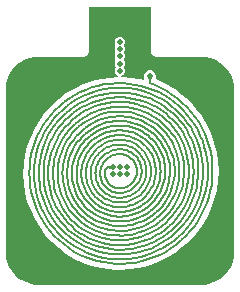
<source format=gtl>
%FSTAX44Y44*%
%MOMM*%
%SFA1B1*%

%IPPOS*%
%ADD11C,0.200000*%
%ADD21C,2.199996*%
%ADD22C,0.499999*%
%LNpcb1-1*%
%LPD*%
G36*
X00094944Y00169365D02*
X00095258Y00167785D01*
X00096153Y00166445*
X00097493Y0016555*
X00099073Y00165236*
X00137128*
X00137269Y00165264*
X00141531Y00164928*
X00145826Y00163897*
X00149906Y00162207*
X00153672Y00159899*
X00157031Y00157031*
X00159899Y00153672*
X00162207Y00149906*
X00163897Y00145826*
X00164928Y00141531*
X00165264Y00137269*
X00165236Y00137128*
Y0*
X00165264Y-0000014*
X00164928Y-00004402*
X00163897Y-00008697*
X00162207Y-00012778*
X00159899Y-00016543*
X00157031Y-00019902*
X00153672Y-0002277*
X00149906Y-00025078*
X00145826Y-00026768*
X00141531Y-000278*
X00137269Y-00028135*
X00137128Y-00028107*
X0*
X-0000014Y-00028135*
X-00004402Y-000278*
X-00008697Y-00026768*
X-00012778Y-00025078*
X-00016543Y-0002277*
X-00019902Y-00019902*
X-0002277Y-00016543*
X-00025078Y-00012778*
X-00026768Y-00008697*
X-000278Y-00004402*
X-00028135Y-0000014*
X-00028107Y0*
Y00137128*
X-00028135Y00137269*
X-000278Y00141531*
X-00026768Y00145826*
X-00025078Y00149906*
X-0002277Y00153672*
X-00019902Y00157031*
X-00016543Y00159899*
X-00012778Y00162207*
X-00008697Y00163897*
X-00004402Y00164928*
X-0000014Y00165264*
X0Y00165236*
X00038054*
X00039634Y0016555*
X00040974Y00166445*
X00041869Y00167785*
X00042183Y00169365*
Y0020725*
X00094944*
Y00169365*
G37*
%LNpcb1-2*%
%LPC*%
G36*
X00069459Y00181935D02*
X00067668D01*
X00066014Y0018125*
X00064748Y00179984*
X00064063Y0017833*
Y0017654*
X00064748Y00174886*
X000652Y00174435*
X00064748Y00173984*
X00064063Y00172331*
Y0017054*
X00064748Y00168886*
X000652Y00168435*
X00064748Y00167984*
X00064063Y00166331*
Y0016454*
X00064748Y00162886*
X000652Y00162435*
X00064748Y00161984*
X00064063Y0016033*
Y0015854*
X00064748Y00156886*
X000652Y00156435*
X00064748Y00155984*
X00064063Y00154331*
Y0015254*
X00064748Y00150886*
X00066014Y0014962*
X00067286Y00149094*
X00067063Y00147811*
X00060355Y00147482*
X00052434Y00146307*
X00044667Y00144361*
X00037127Y00141664*
X00029888Y0013824*
X0002302Y00134123*
X00016588Y00129353*
X00010655Y00123975*
X00005277Y00118042*
X00000508Y0011161*
X-00003608Y00104742*
X-00007032Y00097503*
X-00009729Y00089963*
X-00011675Y00082196*
X-0001285Y00074275*
X-00013243Y00066277*
X-0001285Y00058279*
X-00011675Y00050358*
X-00009729Y0004259*
X-00007032Y0003505*
X-00003608Y00027811*
X00000508Y00020943*
X00005277Y00014511*
X00010655Y00008578*
X00016588Y000032*
X0002302Y-00001568*
X00029888Y-00005685*
X00037127Y-00009108*
X00044667Y-00011806*
X00052434Y-00013752*
X00060355Y-00014927*
X00064707Y-00015141*
X00065097Y-00015218*
X00065299Y-00015258*
X00065657Y-00015187*
X00068433Y-00015324*
X00076627Y-00014921*
X00084743Y-00013717*
X00092701Y-00011724*
X00100426Y-0000896*
X00107842Y-00005452*
X00114879Y-00001234*
X00121469Y00003651*
X00127548Y0000916*
X00133058Y0001524*
X00137945Y00021829*
X00142162Y00028866*
X0014567Y00036282*
X00148434Y00044007*
X00150428Y00051965*
X00151631Y00060081*
X00152034Y00068275*
X00151631Y00076469*
X00150428Y00084585*
X00148434Y00092543*
X0014567Y00100268*
X00142162Y00107684*
X00137945Y00114721*
X00133058Y00121311*
X00127548Y0012739*
X00121469Y00132899*
X00114879Y00137786*
X00107842Y00142004*
X00100426Y00145512*
X0009906Y00146001*
Y00149001*
X00098671Y00150952*
X00097566Y00152606*
X00095912Y00153711*
X00093961Y00154099*
X0009201Y00153711*
X00090356Y00152606*
X00089251Y00150952*
X00088863Y00149001*
Y00146179*
X00087849Y00145415*
X00086151Y00145904*
X00077349Y001474*
X0007287Y00147651*
X0007161Y00147773*
X00071408Y00147814*
X00071218Y00147776*
X00070019Y00147796*
X00069797Y00149075*
X00071112Y0014962*
X00072378Y00150886*
X00073063Y0015254*
Y00154331*
X00072378Y00155984*
X00071927Y00156435*
X00072378Y00156886*
X00073063Y0015854*
Y0016033*
X00072378Y00161984*
X00071927Y00162435*
X00072378Y00162886*
X00073063Y0016454*
Y00166331*
X00072378Y00167984*
X00071927Y00168435*
X00072378Y00168886*
X00073063Y0017054*
Y00172331*
X00072378Y00173984*
X00071927Y00174435*
X00072378Y00174886*
X00073063Y0017654*
Y0017833*
X00072378Y00179984*
X00071112Y0018125*
X00069459Y00181935*
G37*
%LNpcb1-3*%
%LPD*%
G36*
X00095569Y00147064D02*
X00095441Y00146901D01*
X00095329Y00146727*
X00095231Y00146542*
X00095149Y00146347*
X00095081Y00146141*
X00095029Y00145924*
X00094991Y00145697*
X00094969Y00145459*
X00094961Y0014521*
X00092961*
X00092954Y00145459*
X00092931Y00145697*
X00092894Y00145924*
X00092841Y00146141*
X00092774Y00146347*
X00092691Y00146542*
X00092594Y00146727*
X00092481Y00146901*
X00092354Y00147064*
X00092211Y00147216*
X00095711*
X00095569Y00147064*
G37*
G36*
X00060778Y00069813D02*
X00060626Y00069956D01*
X00060463Y00070083*
X00060289Y00070196*
X00060104Y00070293*
X00059909Y00070376*
X00059703Y00070443*
X00059486Y00070496*
X00059259Y00070533*
X00059021Y00070556*
X00058772Y00070563*
Y00072563*
X00059021Y00072571*
X00059259Y00072593*
X00059486Y00072631*
X00059703Y00072683*
X00059909Y00072751*
X00060104Y00072833*
X00060289Y00072931*
X00060463Y00073043*
X00060626Y00073171*
X00060778Y00073313*
Y00069813*
G37*
G54D11*
X00058087Y00071563D02*
D01*
X00057968Y00071559*
X00057849Y00071547*
X00057732Y00071526*
X00057616Y00071497*
X00057502Y0007146*
X00057392Y00071415*
X00057284Y00071363*
X00057181Y00071303*
X00057082Y00071237*
X00056987Y00071163*
X00056899Y00071083*
X00056816Y00070997*
X00056739Y00070906*
X00056669Y00070809*
X00056606Y00070708*
X0005655Y00070602*
X00056501Y00070493*
X0005646Y00070381*
X00056427Y00070266*
X00056402Y00070149*
X00056386Y00070031*
X00056377Y00069912*
X00056376Y00069852*
X00069172Y0008676D02*
D01*
X00067742Y00086767*
X00066314Y00086675*
X00064896Y00086483*
X00063494Y00086192*
X00062117Y00085805*
X0006077Y00085322*
X0005946Y00084747*
X00058193Y00084081*
X00056976Y00083329*
X00055814Y00082494*
X00054713Y00081579*
X00053679Y00080591*
X00052716Y00079532*
X0005183Y00078409*
X00051024Y00077227*
X00050302Y00075991*
X00049668Y00074708*
X00049126Y00073384*
X00048677Y00072026*
X00048324Y00070639*
X00048068Y00069231*
X00047912Y00067809*
X00047854Y00066379*
X00047897Y00064949*
X0004804Y00063525*
X00048281Y00062114*
X0004862Y00060725*
X00049056Y00059361*
X00049585Y00058032*
X00050206Y00056743*
X00050915Y000555*
X00051709Y0005431*
X00052584Y00053178*
X00053537Y0005211*
X00054561Y0005111*
X00055652Y00050185*
X00056806Y00049338*
X00058015Y00048574*
X00059275Y00047896*
X0006058Y00047308*
X00061922Y00046811*
X00063295Y0004641*
X00064694Y00046106*
X00066109Y00045899*
X00067535Y00045793*
X00069651Y00098751D02*
D01*
X00067383Y00098763*
X00065119Y00098616*
X00062871Y00098312*
X0006065Y00097851*
X00058466Y00097237*
X00056331Y00096472*
X00054254Y0009556*
X00052246Y00094505*
X00050316Y00093312*
X00048474Y00091988*
X00046729Y00090539*
X00045089Y00088971*
X00043563Y00087293*
X00042157Y00085513*
X00040879Y00083638*
X00039735Y0008168*
X0003873Y00079646*
X0003787Y00077547*
X00037158Y00075393*
X00036598Y00073195*
X00036193Y00070963*
X00035945Y00068708*
X00035854Y00066441*
X00035922Y00064174*
X00036147Y00061917*
X0003653Y00059681*
X00037068Y00057477*
X00037758Y00055316*
X00038597Y00053208*
X00039581Y00051164*
X00040705Y00049194*
X00041964Y00047307*
X00043352Y00045513*
X00044861Y00043819*
X00046485Y00042235*
X00048216Y00040768*
X00050044Y00039426*
X00051962Y00038214*
X00053959Y00037139*
X00056027Y00036206*
X00058155Y00035419*
X00060332Y00034783*
X00062549Y000343*
X00064793Y00033973*
X00067056Y00033803*
X00067056*
X00069491Y00094754D02*
D01*
X00067502Y00094764*
X00065517Y00094636*
X00063546Y00094369*
X00061598Y00093965*
X00059683Y00093426*
X0005781Y00092755*
X00055989Y00091955*
X00054228Y0009103*
X00052536Y00089985*
X0005092Y00088824*
X0004939Y00087553*
X00047952Y00086178*
X00046614Y00084706*
X00045381Y00083145*
X00044261Y00081501*
X00043257Y00079784*
X00042376Y00078*
X00041622Y0007616*
X00040998Y00074271*
X00040507Y00072343*
X00040151Y00070386*
X00039933Y00068409*
X00039854Y00066421*
X00039913Y00064432*
X00040111Y00062453*
X00040447Y00060492*
X00040918Y0005856*
X00041524Y00056665*
X0004226Y00054817*
X00043123Y00053024*
X00044109Y00051297*
X00045213Y00049642*
X00046429Y00048068*
X00047753Y00046583*
X00049177Y00045194*
X00050694Y00043908*
X00052298Y00042731*
X00053979Y00041668*
X00055731Y00040725*
X00057544Y00039907*
X0005941Y00039217*
X00061319Y00038659*
X00063263Y00038236*
X00065232Y00037949*
X00067215Y000378*
X00067216Y00037799*
X00069332Y00090757D02*
D01*
X00067622Y00090766*
X00065916Y00090655*
X00064221Y00090426*
X00062546Y00090079*
X000609Y00089616*
X0005929Y00089039*
X00057725Y00088351*
X00056211Y00087556*
X00054756Y00086657*
X00053367Y00085658*
X00052052Y00084566*
X00050816Y00083384*
X00049665Y00082119*
X00048606Y00080777*
X00047642Y00079364*
X0004678Y00077887*
X00046022Y00076354*
X00045374Y00074772*
X00044837Y00073148*
X00044415Y00071491*
X0004411Y00069808*
X00043922Y00068108*
X00043854Y00066399*
X00043905Y0006469*
X00044075Y00062988*
X00044364Y00061303*
X00044769Y00059641*
X0004529Y00058012*
X00045922Y00056424*
X00046664Y00054883*
X00047512Y00053398*
X00048461Y00051975*
X00049507Y00050622*
X00050645Y00049346*
X00051869Y00048152*
X00053174Y00047046*
X00054552Y00046033*
X00055998Y0004512*
X00057504Y0004431*
X00059062Y00043606*
X00060666Y00043013*
X00062308Y00042534*
X00063979Y0004217*
X00065671Y00041923*
X00067375Y00041796*
X00069012Y00082763D02*
D01*
X00067861Y00082769*
X00066711Y00082695*
X0006557Y0008254*
X00064442Y00082306*
X00063334Y00081995*
X0006225Y00081606*
X00061195Y00081143*
X00060175Y00080607*
X00059196Y00080002*
X0005826Y0007933*
X00057375Y00078594*
X00056542Y00077798*
X00055767Y00076946*
X00055053Y00076042*
X00054405Y00075091*
X00053824Y00074096*
X00053314Y00073064*
X00052877Y00071998*
X00052516Y00070904*
X00052231Y00069788*
X00052026Y00068655*
X00051899Y0006751*
X00051853Y0006636*
X00051888Y00065208*
X00052002Y00064062*
X00052197Y00062927*
X0005247Y00061808*
X0005282Y00060711*
X00053246Y00059641*
X00053746Y00058604*
X00054317Y00057603*
X00054956Y00056645*
X0005566Y00055734*
X00056427Y00054874*
X00057251Y0005407*
X00058129Y00053326*
X00059058Y00052644*
X00060031Y00052029*
X00061046Y00051483*
X00062095Y00051009*
X00063175Y0005061*
X00064281Y00050287*
X00065406Y00050042*
X00066546Y00049875*
X00067694Y00049789*
X00067695Y0004979*
X00056376Y00069852D02*
D01*
X00056156Y00069008*
X00055995Y0006815*
X00055895Y00067284*
X00055855Y00066412*
X00055876Y0006554*
X00055958Y00064671*
X000561Y00063811*
X00056302Y00062962*
X00056563Y00062129*
X00056881Y00061317*
X00057255Y00060528*
X00057683Y00059768*
X00058163Y0005904*
X00058693Y00058346*
X00059269Y00057692*
X0005989Y00057079*
X00060553Y00056511*
X00061253Y0005599*
X00061988Y0005552*
X00062754Y00055102*
X00063547Y00054739*
X00064364Y00054431*
X000652Y00054182*
X00066051Y00053991*
X00066914Y0005386*
X00067783Y0005379*
X00067854Y00053786*
X00069811Y00102747D02*
D01*
X00067264Y0010276*
X00064721Y00102595*
X00062197Y00102253*
X00059702Y00101736*
X0005725Y00101046*
X00054851Y00100187*
X00052519Y00099162*
X00050263Y00097978*
X00048096Y00096638*
X00046027Y00095151*
X00044067Y00093524*
X00042226Y00091763*
X00040512Y00089878*
X00038933Y00087879*
X00037498Y00085774*
X00036213Y00083574*
X00035085Y0008129*
X00034119Y00078932*
X00033319Y00076513*
X00032691Y00074044*
X00032235Y00071538*
X00031957Y00069005*
X00031855Y0006646*
X00031931Y00063913*
X00032184Y00061378*
X00032614Y00058867*
X00033218Y00056392*
X00033993Y00053965*
X00034936Y00051598*
X00036041Y00049303*
X00037304Y0004709*
X00038718Y00044971*
X00040276Y00042955*
X00041971Y00041054*
X00043795Y00039275*
X00045739Y00037627*
X00047792Y00036119*
X00049946Y00034758*
X00052189Y00033551*
X00054511Y00032503*
X00056901Y0003162*
X00059346Y00030905*
X00061836Y00030363*
X00064357Y00029996*
X00066896Y00029806*
X0007029Y00114738D02*
D01*
X00066905Y00114755*
X00063527Y00114536*
X00060172Y00114082*
X00056858Y00113395*
X00053599Y00112478*
X00050412Y00111336*
X00047313Y00109975*
X00044316Y00108401*
X00041436Y00106621*
X00038687Y00104645*
X00036083Y00102482*
X00033636Y00100143*
X00031359Y00097639*
X00029261Y00094982*
X00027354Y00092184*
X00025647Y00089261*
X00024147Y00086226*
X00022864Y00083094*
X00021801Y0007988*
X00020966Y00076599*
X00020361Y00073268*
X00019991Y00069903*
X00019855Y00066521*
X00019957Y00063137*
X00020293Y00059769*
X00020865Y00056432*
X00021667Y00053143*
X00022697Y00049919*
X00023949Y00046774*
X00025418Y00043724*
X00027096Y00040783*
X00028975Y00037967*
X00031045Y00035289*
X00033298Y00032762*
X00035721Y00030398*
X00038303Y0002821*
X00041032Y00026206*
X00043894Y00024398*
X00046875Y00022793*
X00049961Y00021401*
X00053136Y00020227*
X00056385Y00019278*
X00059693Y00018558*
X00063043Y0001807*
X00066417Y00017815*
X00071088Y00134722D02*
D01*
X00066307Y00134747*
X00061536Y00134437*
X00056798Y00133795*
X00052116Y00132825*
X00047514Y0013153*
X00043013Y00129917*
X00038635Y00127995*
X00034403Y00125771*
X00030335Y00123258*
X00026453Y00120467*
X00022775Y00117413*
X00019319Y00114108*
X00016102Y00110572*
X00013139Y00106819*
X00010446Y00102868*
X00008034Y0009874*
X00005917Y00094453*
X00004103Y00090029*
X00002603Y0008549*
X00001423Y00080856*
X00000569Y00076152*
X00000045Y00071399*
X-00000144Y00066622*
X-00000001Y00061843*
X00000473Y00057085*
X0000128Y00052373*
X00002413Y00047728*
X00003868Y00043173*
X00005637Y00038731*
X00007711Y00034423*
X00010081Y00030271*
X00012734Y00026294*
X00015659Y00022511*
X0001884Y00018942*
X00022263Y00015603*
X0002591Y00012512*
X00029764Y00009682*
X00033806Y00007128*
X00038016Y00004862*
X00042374Y00002896*
X00046858Y00001238*
X00051448Y-00000102*
X00056119Y-0000112*
X00060851Y-00001809*
X00065618Y-00002166*
X00065619Y-00002167*
X00070929Y00130725D02*
D01*
X00066427Y00130748*
X00061935Y00130456*
X00057473Y00129852*
X00053065Y00128939*
X00048731Y00127719*
X00044493Y00126201*
X00040371Y0012439*
X00036385Y00122297*
X00032555Y0011993*
X000289Y00117302*
X00025437Y00114426*
X00022182Y00111315*
X00019153Y00107984*
X00016364Y00104451*
X00013828Y00100731*
X00011557Y00096843*
X00009563Y00092807*
X00007855Y00088641*
X00006443Y00084367*
X00005332Y00080004*
X00004528Y00075574*
X00004035Y00071099*
X00003855Y00066601*
X00003989Y000621*
X00004437Y00057621*
X00005197Y00053183*
X00006264Y00048809*
X00007634Y00044521*
X00009299Y00040338*
X00011252Y00036282*
X00013484Y00032372*
X00015982Y00028627*
X00018736Y00025065*
X00021732Y00021704*
X00024955Y00018561*
X00028389Y0001565*
X00032018Y00012985*
X00035824Y0001058*
X00039788Y00008447*
X00043892Y00006595*
X00048114Y00005034*
X00052436Y00003771*
X00056835Y00002813*
X0006129Y00002164*
X00065778Y00001828*
X00070769Y00126728D02*
D01*
X00066546Y0012675*
X00062333Y00126476*
X00058148Y00125909*
X00054013Y00125052*
X00049948Y00123909*
X00045972Y00122484*
X00042106Y00120786*
X00038368Y00118822*
X00034775Y00116603*
X00031347Y00114138*
X00028098Y00111439*
X00025046Y00108521*
X00022204Y00105397*
X00019588Y00102083*
X00017209Y00098594*
X00015079Y00094947*
X00013209Y00091161*
X00011607Y00087254*
X00010282Y00083244*
X0000924Y00079152*
X00008486Y00074997*
X00008023Y000708*
X00007855Y0006658*
X00007981Y00062359*
X00008401Y00058157*
X00009114Y00053995*
X00010115Y00049892*
X000114Y0004587*
X00012962Y00041947*
X00014794Y00038142*
X00016887Y00034474*
X00019231Y00030961*
X00021814Y00027621*
X00024624Y00024468*
X00027647Y0002152*
X00030868Y00018789*
X00034272Y0001629*
X00037841Y00014034*
X0004156Y00012033*
X00045409Y00010296*
X0004937Y00008832*
X00053424Y00007647*
X0005755Y00006749*
X00061728Y0000614*
X00065938Y00005825*
X0007045Y00118735D02*
D01*
X00066786Y00118754*
X00063129Y00118517*
X00059498Y00118025*
X0005591Y00117281*
X00052382Y00116289*
X00048933Y00115053*
X00045578Y00113579*
X00042333Y00111875*
X00039216Y00109949*
X00036241Y0010781*
X00033422Y00105468*
X00030773Y00102936*
X00028307Y00100225*
X00026037Y00097349*
X00023973Y00094322*
X00022124Y00091157*
X00020501Y00087872*
X00019111Y00084481*
X00017962Y00081002*
X00017057Y00077451*
X00016403Y00073845*
X00016002Y00070203*
X00015855Y00066541*
X00015965Y00062878*
X00016329Y00059232*
X00016948Y0005562*
X00017816Y0005206*
X00018931Y0004857*
X00020287Y00045165*
X00021877Y00041864*
X00023693Y00038681*
X00025726Y00035633*
X00027968Y00032734*
X00030406Y00029998*
X00033029Y00027439*
X00035825Y0002507*
X00038778Y00022901*
X00041876Y00020944*
X00045103Y00019207*
X00048443Y000177*
X0005188Y00016429*
X00055398Y00015402*
X00058978Y00014622*
X00062604Y00014093*
X00066257Y00013819*
X0007013Y00110741D02*
D01*
X00067024Y00110757*
X00063925Y00110556*
X00060847Y00110139*
X00057805Y00109509*
X00054815Y00108668*
X00051891Y0010762*
X00049047Y00106371*
X00046298Y00104926*
X00043655Y00103294*
X00041133Y00101481*
X00038744Y00099496*
X00036499Y0009735*
X00034409Y00095052*
X00032484Y00092614*
X00030734Y00090048*
X00029168Y00087366*
X00027792Y00084581*
X00026614Y00081707*
X00025639Y00078758*
X00024872Y00075748*
X00024318Y00072692*
X00023977Y00069604*
X00023853Y00066501*
X00023946Y00063396*
X00024255Y00060305*
X00024779Y00057243*
X00025516Y00054226*
X0002646Y00051267*
X0002761Y00048381*
X00028957Y00045583*
X00030497Y00042885*
X0003222Y00040301*
X0003412Y00037844*
X00036187Y00035525*
X00038411Y00033357*
X0004078Y00031348*
X00043284Y00029509*
X00045909Y0002785*
X00048645Y00026378*
X00051476Y00025101*
X00054389Y00024024*
X0005737Y00023153*
X00060405Y00022491*
X00063479Y00022044*
X00066576Y00021811*
X00066577Y00021812*
X0006997Y00106744D02*
D01*
X00067144Y00106758*
X00064322Y00106576*
X00061521Y00106196*
X00058753Y00105622*
X00056032Y00104857*
X00053371Y00103904*
X00050782Y00102767*
X0004828Y00101452*
X00045875Y00099966*
X0004358Y00098316*
X00041405Y0009651*
X00039362Y00094556*
X0003746Y00092465*
X00035708Y00090246*
X00034116Y00087911*
X0003269Y0008547*
X00031438Y00082935*
X00030366Y0008032*
X00029479Y00077635*
X00028781Y00074896*
X00028276Y00072115*
X00027966Y00069305*
X00027854Y0006648*
X00027938Y00063654*
X00028219Y00060842*
X00028696Y00058055*
X00029366Y00055309*
X00030226Y00052616*
X00031272Y0004999*
X00032499Y00047443*
X000339Y00044987*
X00035469Y00042636*
X00037198Y000404*
X00039079Y00038289*
X00041102Y00036315*
X00043259Y00034488*
X00045537Y00032815*
X00047927Y00031304*
X00050416Y00029965*
X00052993Y00028802*
X00055645Y00027822*
X00058358Y00027029*
X0006112Y00026427*
X00063917Y0002602*
X00066736Y00025809*
X00071408Y00142716D02*
D01*
X00066069Y00142743*
X0006074Y00142397*
X00055449Y00141681*
X00050221Y00140597*
X0004508Y00139151*
X00040054Y0013735*
X00035165Y00135203*
X00030438Y0013272*
X00025895Y00129913*
X0002156Y00126796*
X00017452Y00123385*
X00013593Y00119695*
X0001Y00115745*
X00006691Y00111554*
X00003683Y00107142*
X0000099Y00102531*
X-00001373Y00097744*
X-00003399Y00092803*
X-00005074Y00087733*
X-00006392Y00082558*
X-00007345Y00077305*
X-0000793Y00071997*
X-00008144Y00066662*
X-00007984Y00061324*
X-00007452Y00056012*
X-00006552Y00050748*
X-00005286Y00045561*
X-00003661Y00040474*
X-00001686Y00035514*
X00000629Y00030703*
X00003276Y00026065*
X00006239Y00021624*
X00009506Y00017399*
X00013058Y00013413*
X00016881Y00009685*
X00020954Y00006232*
X00025258Y00003072*
X00029772Y00000219*
X00034474Y-0000231*
X00039341Y-00004506*
X00044349Y-00006357*
X00049475Y-00007855*
X00054692Y-00008991*
X00059976Y-00009761*
X00065299Y-0001016*
X00071248Y00138719D02*
D01*
X00066188Y00138745*
X00061138Y00138417*
X00056124Y00137738*
X00051169Y00136711*
X00046297Y00135341*
X00041533Y00133634*
X000369Y00131599*
X0003242Y00129246*
X00028115Y00126586*
X00024006Y00123632*
X00020114Y00120399*
X00016456Y00116902*
X00013051Y00113159*
X00009915Y00109186*
X00007064Y00105006*
X00004512Y00100636*
X00002271Y00096099*
X00000352Y00091416*
X-00001235Y00086612*
X-00002484Y00081708*
X-00003388Y00076729*
X-00003942Y00071699*
X-00004144Y00066642*
X-00003993Y00061584*
X-00003489Y00056549*
X-00002636Y00051561*
X-00001436Y00046645*
X00000102Y00041824*
X00001974Y00037123*
X00004169Y00032564*
X00006677Y00028168*
X00009486Y00023959*
X00012581Y00019956*
X00015948Y00016178*
X00019571Y00012644*
X00023431Y00009372*
X0002751Y00006377*
X00031788Y00003674*
X00036244Y00001276*
X00040856Y-00000804*
X00045603Y-00002559*
X0005046Y-00003978*
X00055405Y-00005055*
X00060412Y-00005785*
X00065458Y-00006163*
X00065459Y-00006164*
X00067056Y00033803D02*
D01*
X00069464Y00033791*
X00071867Y00033947*
X00074254Y0003427*
X00076611Y00034759*
X00078929Y00035411*
X00081196Y00036223*
X00083401Y00037192*
X00085533Y00038312*
X00087581Y00039578*
X00089537Y00040983*
X00091389Y00042522*
X0009313Y00044186*
X0009475Y00045967*
X00096242Y00047857*
X00097598Y00049847*
X00098813Y00051926*
X00099879Y00054085*
X00100793Y00056313*
X00101548Y000586*
X00102143Y00060933*
X00102573Y00063303*
X00102836Y00065696*
X00102932Y00068102*
X0010286Y00070509*
X00102621Y00072905*
X00102214Y00075279*
X00101644Y00077618*
X00100911Y00079912*
X0010002Y00082149*
X00098975Y00084319*
X00097782Y0008641*
X00096445Y00088413*
X00094972Y00090318*
X0009337Y00092116*
X00091647Y00093797*
X0008981Y00095354*
X00087869Y0009678*
X00085833Y00098066*
X00083712Y00099207*
X00081517Y00100197*
X00079259Y00101032*
X00076948Y00101708*
X00074594Y0010222*
X00072212Y00102567*
X00069811Y00102747*
X00067216Y00037799D02*
D01*
X00069345Y00037789*
X0007147Y00037927*
X00073579Y00038212*
X00075664Y00038644*
X00077713Y00039221*
X00079717Y00039939*
X00081667Y00040795*
X00083551Y00041785*
X00085362Y00042904*
X00087091Y00044146*
X00088729Y00045507*
X00090268Y00046978*
X000917Y00048553*
X00093019Y00050224*
X00094218Y00051983*
X00095292Y00053821*
X00096235Y0005573*
X00097042Y00057699*
X00097711Y00059721*
X00098236Y00061784*
X00098616Y00063878*
X00098849Y00065995*
X00098934Y00068122*
X00098871Y0007025*
X00098659Y00072368*
X000983Y00074466*
X00097795Y00076535*
X00097147Y00078562*
X0009636Y0008054*
X00095436Y00082459*
X00094381Y00084308*
X000932Y00086079*
X00091897Y00087763*
X00090481Y00089352*
X00088957Y00090839*
X00087333Y00092215*
X00085617Y00093475*
X00083817Y00094612*
X00081943Y00095621*
X00080002Y00096497*
X00078005Y00097235*
X00075962Y00097832*
X00073882Y00098285*
X00071775Y00098592*
X00069652Y00098751*
X00069651*
X00067375Y00041796D02*
D01*
X00069225Y00041787*
X00071071Y00041907*
X00072904Y00042155*
X00074715Y00042531*
X00076495Y00043031*
X00078237Y00043655*
X0007993Y00044399*
X00081568Y00045259*
X00083141Y00046232*
X00084643Y00047311*
X00086066Y00048493*
X00087403Y00049771*
X00088648Y0005114*
X00089794Y00052591*
X00090836Y0005412*
X00091769Y00055717*
X00092588Y00057375*
X00093289Y00059087*
X0009387Y00060843*
X00094326Y00062635*
X00094657Y00064455*
X00094859Y00066294*
X00094933Y00068142*
X00094878Y00069991*
X00094694Y00071831*
X00094382Y00073655*
X00093943Y00075452*
X00093381Y00077214*
X00092696Y00078932*
X00091894Y00080599*
X00090977Y00082205*
X00089951Y00083744*
X00088819Y00085207*
X00087588Y00086588*
X00086264Y00087879*
X00084853Y00089076*
X00083362Y0009017*
X00081799Y00091158*
X0008017Y00092035*
X00078484Y00092796*
X00076749Y00093437*
X00074973Y00093956*
X00073166Y00094349*
X00071336Y00094616*
X00069491Y00094754*
X00067535Y00045793D02*
D01*
X00069106Y00045786*
X00070673Y00045887*
X00072229Y00046098*
X00073767Y00046417*
X00075279Y00046842*
X00076757Y00047372*
X00078195Y00048003*
X00079586Y00048734*
X00080921Y00049559*
X00082197Y00050476*
X00083405Y00051479*
X0008454Y00052565*
X00085596Y00053726*
X0008657Y00054959*
X00087454Y00056257*
X00088246Y00057613*
X00088942Y00059021*
X00089538Y00060474*
X0009003Y00061965*
X00090418Y00063487*
X00090698Y00065032*
X0009087Y00066593*
X00090933Y00068162*
X00090886Y00069732*
X0009073Y00071295*
X00090465Y00072843*
X00090093Y00074369*
X00089615Y00075865*
X00089034Y00077324*
X00088352Y00078739*
X00087574Y00080103*
X00086702Y00081409*
X00085742Y00082651*
X00084697Y00083824*
X00083572Y0008492*
X00082374Y00085936*
X00081109Y00086865*
X00079781Y00087704*
X00078398Y00088448*
X00076967Y00089094*
X00075493Y00089639*
X00073986Y00090079*
X00072451Y00090414*
X00070898Y0009064*
X00069332Y00090757*
X00067854Y00053786D02*
D01*
X00068867Y00053781*
X00069876Y00053847*
X00070879Y00053983*
X0007187Y00054188*
X00072844Y00054462*
X00073797Y00054803*
X00074724Y0005521*
X0007562Y00055681*
X00076481Y00056213*
X00077303Y00056804*
X00078081Y0005745*
X00078813Y0005815*
X00079494Y00058898*
X00080121Y00059693*
X00080691Y00060529*
X00081201Y00061403*
X0008165Y0006231*
X00082033Y00063247*
X00082351Y00064208*
X00082601Y00065188*
X00082781Y00066184*
X00082892Y0006719*
X00082933Y00068201*
X00082903Y00069213*
X00082802Y0007022*
X00082631Y00071218*
X00082391Y00072201*
X00082083Y00073165*
X00081709Y00074105*
X0008127Y00075017*
X00080768Y00075896*
X00080207Y00076738*
X00079588Y00077538*
X00078914Y00078294*
X0007819Y00079001*
X00077418Y00079655*
X00076602Y00080254*
X00075746Y00080795*
X00074855Y00081274*
X00073933Y00081691*
X00072983Y00082042*
X00072012Y00082325*
X00071023Y00082541*
X00070022Y00082687*
X00069012Y00082762*
Y00082763*
X00067695Y0004979D02*
D01*
X00068987Y00049784*
X00070275Y00049867*
X00071555Y00050041*
X00072819Y00050303*
X00074062Y00050652*
X00075278Y00051088*
X0007646Y00051607*
X00077603Y00052208*
X00078702Y00052886*
X0007975Y0005364*
X00080744Y00054465*
X00081677Y00055357*
X00082546Y00056313*
X00083346Y00057326*
X00084073Y00058393*
X00084725Y00059508*
X00085297Y00060666*
X00085786Y0006186*
X00086192Y00063086*
X0008651Y00064338*
X00086741Y00065608*
X00086882Y00066892*
X00086934Y00068182*
X00086895Y00069473*
X00086767Y00070758*
X00086549Y0007203*
X00086243Y00073285*
X0008585Y00074515*
X00085372Y00075714*
X00084812Y00076878*
X00084172Y00077999*
X00083456Y00079074*
X00082666Y00080095*
X00081807Y00081059*
X00080882Y00081961*
X00079897Y00082796*
X00078857Y0008356*
X00077765Y0008425*
X00076628Y00084862*
X00075451Y00085393*
X0007424Y00085841*
X00073Y00086203*
X00071739Y00086478*
X00070461Y00086664*
X00069173Y0008676*
X00069172*
X00070609Y00122731D02*
D01*
X00066666Y00122751*
X0006273Y00122496*
X00058822Y00121967*
X00054961Y00121166*
X00051164Y00120098*
X00047452Y00118768*
X00043841Y00117182*
X0004035Y00115349*
X00036995Y00113275*
X00033793Y00110974*
X00030759Y00108454*
X00027909Y00105729*
X00025255Y00102811*
X00022811Y00099716*
X0002059Y00096458*
X00018601Y00093052*
X00016854Y00089516*
X00015359Y00085868*
X00014121Y00082123*
X00013148Y00078301*
X00012443Y00074421*
X00012011Y00070501*
X00011854Y00066561*
X00011972Y00062619*
X00012364Y00058695*
X00013029Y00054808*
X00013964Y00050976*
X00015164Y0004722*
X00016623Y00043556*
X00018334Y00040003*
X00020289Y00036578*
X00022477Y00033297*
X00024889Y00030177*
X00027514Y00027233*
X00030336Y0002448*
X00033345Y00021929*
X00036524Y00019595*
X00039857Y00017489*
X0004333Y0001562*
X00046925Y00013998*
X00050624Y0001263*
X00054409Y00011524*
X00058262Y00010685*
X00062165Y00010116*
X00066097Y00009821*
X00066098Y00009822*
X00065619Y-00002167D02*
D01*
X0007054Y-00002192*
X00075451Y-00001874*
X00080327Y-00001213*
X00085145Y-00000214*
X00089882Y00001117*
X00094515Y00002777*
X0009902Y00004755*
X00103377Y00007044*
X00107563Y0000963*
X00111559Y00012503*
X00115344Y00015647*
X00118901Y00019047*
X00122212Y00022688*
X00125261Y0002655*
X00128033Y00030615*
X00130515Y00034865*
X00132694Y00039277*
X00134561Y0004383*
X00136105Y00048502*
X00137319Y00053271*
X00138198Y00058112*
X00138737Y00063004*
X00138934Y00067921*
X00138787Y00072839*
X00138297Y00077736*
X00137467Y00082586*
X001363Y00087367*
X00134803Y00092054*
X00132983Y00096626*
X00130848Y00101059*
X00128409Y00105333*
X00125678Y00109427*
X00122668Y0011332*
X00119394Y00116993*
X00115871Y00120429*
X00112118Y00123611*
X00108151Y00126524*
X00103991Y00129152*
X00099658Y00131484*
X00095173Y00133508*
X00090557Y00135215*
X00085834Y00136595*
X00081026Y00137642*
X00076156Y00138352*
X00071249Y00138719*
X00071248*
X00065778Y00001828D02*
D01*
X0007042Y00001805*
X00075052Y00002105*
X00079652Y00002728*
X00084196Y00003671*
X00088665Y00004928*
X00093034Y00006493*
X00097284Y0000836*
X00101393Y00010518*
X00105342Y00012958*
X00109111Y00015667*
X00112682Y00018633*
X00116037Y00021841*
X0011916Y00025274*
X00122036Y00028918*
X00124651Y00032753*
X00126992Y00036761*
X00129048Y00040922*
X00130808Y00045217*
X00132264Y00049624*
X0013341Y00054122*
X00134239Y00058689*
X00134747Y00063303*
X00134932Y00067941*
X00134794Y00072581*
X00134332Y00077199*
X00133549Y00081774*
X00132449Y00086284*
X00131037Y00090705*
X0012932Y00095018*
X00127306Y00099199*
X00125005Y00103231*
X00122429Y00107092*
X0011959Y00110764*
X00116501Y00114229*
X00113179Y0011747*
X00109638Y00120471*
X00105896Y00123219*
X00101973Y00125698*
X00097885Y00127898*
X00093654Y00129807*
X00089301Y00131417*
X00084845Y00132718*
X0008031Y00133706*
X00075717Y00134375*
X00071088Y00134722*
X00065938Y00005825D02*
D01*
X00070301Y00005803*
X00074654Y00006086*
X00078977Y00006671*
X00083249Y00007557*
X00087448Y00008738*
X00091555Y0001021*
X00095549Y00011964*
X00099411Y00013993*
X00103122Y00016286*
X00106664Y00018832*
X0011002Y00021619*
X00113173Y00024634*
X00116108Y00027861*
X00118812Y00031285*
X00121269Y0003489*
X00123469Y00038657*
X00125401Y00042568*
X00127056Y00046604*
X00128425Y00050746*
X00129501Y00054974*
X0013028Y00059266*
X00130758Y00063602*
X00130932Y00067961*
X00130802Y00072322*
X00130368Y00076663*
X00129632Y00080963*
X00128598Y000852*
X00127271Y00089356*
X00125657Y00093409*
X00123764Y0009734*
X00121602Y00101129*
X00119181Y00104757*
X00116512Y00108208*
X0011361Y00111465*
X00110487Y00114511*
X00107159Y00117332*
X00103643Y00119914*
X00099955Y00122244*
X00096113Y00124311*
X00092137Y00126106*
X00088045Y00127618*
X00083858Y00128842*
X00079595Y0012977*
X00075278Y00130399*
X00070929Y00130725*
X00066098Y00009822D02*
D01*
X00070181Y00009802*
X00074256Y00010066*
X00078302Y00010614*
X00082301Y00011443*
X00086231Y00012549*
X00090075Y00013926*
X00093814Y00015568*
X00097429Y00017467*
X00100902Y00019613*
X00104217Y00021997*
X00107359Y00024606*
X0011031Y00027427*
X00113057Y00030448*
X00115587Y00033653*
X00117888Y00037027*
X00119947Y00040553*
X00121755Y00044214*
X00123304Y00047992*
X00124585Y00051869*
X00125593Y00055826*
X00126322Y00059843*
X00126769Y00063902*
X00126932Y00067982*
X0012681Y00072063*
X00126404Y00076126*
X00125715Y00080151*
X00124747Y00084118*
X00123505Y00088007*
X00121994Y00091801*
X00120223Y0009548*
X00118199Y00099026*
X00115932Y00102423*
X00113435Y00105653*
X00110718Y00108701*
X00107795Y00111552*
X0010468Y00114192*
X00101389Y00116609*
X00097937Y0011879*
X00094341Y00120725*
X0009062Y00122405*
X0008679Y0012382*
X0008287Y00124965*
X00078881Y00125835*
X0007484Y00126423*
X00070769Y00126728*
X00066257Y00013819D02*
D01*
X00070061Y000138*
X00073858Y00014046*
X00077627Y00014557*
X00081352Y00015329*
X00085014Y00016359*
X00088595Y00017642*
X00092078Y00019172*
X00095446Y00020941*
X00098682Y00022941*
X00101771Y00025161*
X00104697Y00027592*
X00107447Y0003022*
X00110006Y00033034*
X00112364Y00036021*
X00114507Y00039164*
X00116425Y00042448*
X0011811Y00045859*
X00119553Y00049379*
X00120746Y00052991*
X00121685Y00056677*
X00122365Y0006042*
X00122781Y00064201*
X00122933Y00068002*
X00122819Y00071805*
X00122441Y0007559*
X00121799Y00079339*
X00120897Y00083035*
X0011974Y00086659*
X00118333Y00090193*
X00116683Y0009362*
X00114797Y00096924*
X00112686Y00100089*
X00110359Y00103098*
X00107828Y00105938*
X00105104Y00108594*
X00102203Y00111054*
X00099136Y00113305*
X00095921Y00115338*
X00092571Y0011714*
X00089103Y00118705*
X00085536Y00120024*
X00081884Y00121091*
X00078167Y001219*
X00074403Y00122449*
X00070609Y00122731*
X00066417Y00017815D02*
D01*
X00069942Y00017798*
X0007346Y00018026*
X00076953Y00018499*
X00080404Y00019214*
X00083797Y00020169*
X00087116Y00021358*
X00090343Y00022775*
X00093463Y00024414*
X00096462Y00026267*
X00099324Y00028325*
X00102036Y00030577*
X00104583Y00033013*
X00106955Y0003562*
X00109139Y00038387*
X00111125Y00041299*
X00112903Y00044343*
X00114464Y00047504*
X00115801Y00050765*
X00116907Y00054112*
X00117777Y00057528*
X00118406Y00060996*
X00118792Y00064499*
X00118933Y00068022*
X00118828Y00071545*
X00118477Y00075052*
X00117882Y00078527*
X00117047Y00081951*
X00115974Y00085309*
X0011467Y00088584*
X00113141Y0009176*
X00111394Y00094821*
X00109438Y00097753*
X00107281Y00100542*
X00104936Y00103173*
X00102413Y00105634*
X00099724Y00107913*
X00096883Y0011*
X00093903Y00111882*
X00090799Y00113553*
X00087586Y00115003*
X0008428Y00116225*
X00080896Y00117214*
X00077452Y00117964*
X00073964Y00118472*
X0007045Y00118735*
X00066736Y00025809D02*
D01*
X00069703Y00025794*
X00072663Y00025986*
X00075603Y00026385*
X00078507Y00026987*
X00081363Y0002779*
X00084156Y0002879*
X00086872Y00029983*
X00089498Y00031363*
X00092021Y00032922*
X0009443Y00034654*
X00096712Y00036549*
X00098856Y00038599*
X00100852Y00040793*
X0010269Y00043122*
X00104361Y00045573*
X00105858Y00048134*
X00107171Y00050794*
X00108296Y00053539*
X00109227Y00056355*
X0010996Y0005923*
X00110489Y00062149*
X00110814Y00065097*
X00110933Y00068061*
X00110844Y00071027*
X00110549Y00073978*
X00110049Y00076902*
X00109345Y00079784*
X00108443Y0008261*
X00107345Y00085366*
X00106058Y00088039*
X00104588Y00090615*
X00102942Y00093083*
X00101127Y0009543*
X00099153Y00097644*
X0009703Y00099715*
X00094767Y00101634*
X00092376Y00103389*
X00089868Y00104974*
X00087256Y0010638*
X00084552Y001076*
X0008177Y00108628*
X00078922Y00109461*
X00076024Y00110092*
X00073089Y00110519*
X0007013Y00110741*
X00066896Y00029806D02*
D01*
X00069584Y00029793*
X00072265Y00029967*
X00074928Y00030327*
X00077559Y00030873*
X00080146Y00031601*
X00082676Y00032507*
X00085136Y00033588*
X00087515Y00034837*
X00089801Y0003625*
X00091983Y00037818*
X00094051Y00039535*
X00095993Y00041392*
X00097801Y0004338*
X00099466Y0004549*
X0010098Y0004771*
X00102335Y0005003*
X00103525Y0005244*
X00104545Y00054926*
X00105388Y00057477*
X00106051Y00060082*
X00106531Y00062726*
X00106825Y00065397*
X00106932Y00068082*
X00106852Y00070768*
X00106585Y00073442*
X00106132Y00076091*
X00105495Y00078701*
X00104677Y00081261*
X00103683Y00083758*
X00102517Y00086179*
X00101185Y00088513*
X00099694Y00090748*
X0009805Y00092874*
X00096262Y0009488*
X00094338Y00096756*
X00092288Y00098494*
X00090122Y00100084*
X0008785Y0010152*
X00085484Y00102793*
X00083035Y00103899*
X00080514Y0010483*
X00077935Y00105584*
X00075309Y00106156*
X0007265Y00106543*
X0006997Y00106744*
X00066577Y00021812D02*
D01*
X00069823Y00021796*
X00073062Y00022006*
X00076278Y00022442*
X00079456Y00023101*
X0008258Y0002398*
X00085636Y00025074*
X00088608Y0002638*
X00091481Y00027889*
X00094242Y00029595*
X00096877Y0003149*
X00099374Y00033563*
X0010172Y00035806*
X00103904Y00038207*
X00105915Y00040755*
X00107744Y00043437*
X00109381Y00046239*
X00110818Y00049149*
X00112049Y00052152*
X00113067Y00055234*
X00113868Y00058379*
X00114448Y00061573*
X00114803Y00064799*
X00114933Y00068042*
X00114836Y00071286*
X00114513Y00074516*
X00113965Y00077715*
X00113196Y00080868*
X00112208Y0008396*
X00111008Y00086975*
X00109599Y00089899*
X00107991Y00092718*
X00106189Y00095418*
X00104204Y00097986*
X00102044Y00100409*
X00099721Y00102675*
X00097245Y00104774*
X00094629Y00106695*
X00091885Y00108429*
X00089027Y00109967*
X00086069Y00111302*
X00083024Y00112427*
X00079909Y00113337*
X00076738Y00114028*
X00073526Y00114496*
X0007029Y00114738*
X00065299Y-0001016D02*
D01*
X00070778Y-00010188*
X00076246Y-00009833*
X00081676Y-00009098*
X00087041Y-00007986*
X00092315Y-00006502*
X00097474Y-00004654*
X0010249Y-0000245*
X00107341Y00000096*
X00112002Y00002976*
X00116451Y00006175*
X00120666Y00009675*
X00124626Y00013462*
X00128313Y00017515*
X00131708Y00021816*
X00134795Y00026343*
X00137558Y00031074*
X00139985Y00035986*
X00142063Y00041056*
X00143782Y00046259*
X00145135Y00051569*
X00146113Y0005696*
X00146713Y00062406*
X00146932Y00067881*
X00146768Y00073357*
X00146223Y00078809*
X00145299Y0008421*
X00144Y00089533*
X00142333Y00094753*
X00140306Y00099843*
X00137929Y0010478*
X00135213Y00109539*
X00132172Y00114096*
X0012882Y00118431*
X00125175Y00122521*
X00121252Y00126347*
X00117073Y0012989*
X00112656Y00133133*
X00108024Y0013606*
X001032Y00138656*
X00098205Y0014091*
X00093963Y00142507*
X00065459Y-00006164D02*
D01*
X00070659Y-0000619*
X00075848Y-00005854*
X00081002Y-00005156*
X00086093Y-000041*
X00091099Y-00002692*
X00095994Y-00000938*
X00100755Y00001152*
X00105359Y0000357*
X00109783Y00006303*
X00114005Y00009339*
X00118005Y00012661*
X00121764Y00016254*
X00125263Y00020101*
X00128485Y00024183*
X00131414Y00028479*
X00134037Y00032969*
X0013634Y00037632*
X00138312Y00042443*
X00139944Y00047381*
X00141227Y0005242*
X00142156Y00057536*
X00142725Y00062705*
X00142933Y00067901*
X00142777Y00073099*
X0014226Y00078273*
X00141383Y00083399*
X0014015Y0008845*
X00138568Y00093404*
X00136644Y00098235*
X00134388Y0010292*
X00131811Y00107437*
X00128925Y00111762*
X00125744Y00115876*
X00122284Y00119758*
X00118561Y00123389*
X00114595Y00126751*
X00110403Y00129829*
X00106007Y00132607*
X00101428Y00135071*
X00096688Y0013721*
X00091811Y00139013*
X00086819Y00140471*
X00081739Y00141578*
X00076593Y00142328*
X00071408Y00142716*
X00058087Y00071563D02*
X00062563D01*
X00093961Y0014251D02*
Y00149001D01*
Y0014251D02*
X00093963Y00142507D01*
G54D21*
X00137128Y00137128D03*
Y0D03*
X0D03*
Y00137128D03*
G54D22*
X00113622Y00162586D03*
X00106172D03*
X00106234Y00155194D03*
X00106295Y00147801D03*
X00113745D03*
X00121195D03*
X00113684Y00155194D03*
X00121072Y00162586D03*
X00121134Y00155194D03*
X00128584D03*
X00128522Y00162586D03*
X00135972D03*
X00015932Y00147801D03*
X00000908Y00162586D03*
X0000842Y00155194D03*
X00023381Y00147801D03*
X00030832D03*
X0002332Y00155194D03*
X0001587D03*
X00015808Y00162586D03*
X00008358D03*
X00023258D03*
X00030708D03*
X0003077Y00155194D03*
X-00010672Y00015932D03*
X-00025457Y00000908D03*
X-00018065Y0000842D03*
X-00010672Y00023381D03*
Y00030832D03*
X-00018065Y0002332D03*
Y0001587D03*
X-00025457Y00015808D03*
Y00008358D03*
Y00023258D03*
Y00030708D03*
X-00018065Y0003077D03*
Y0003822D03*
X-00025457Y00038158D03*
Y00045608D03*
X-00018065Y0004567D03*
Y0005312D03*
X-00025457Y00053058D03*
Y00060508D03*
X-00018065Y0006057D03*
Y0006802D03*
X-00025457Y00067958D03*
Y00075408D03*
X-00018065Y0007547D03*
X-00025457Y00135972D03*
Y00128522D03*
X-00018065Y00128584D03*
Y00121134D03*
X-00025457Y00121072D03*
X-00018065Y00113684D03*
X-00010672Y00121195D03*
Y00113745D03*
Y00106295D03*
X-00018065Y00106234D03*
X-00025457Y00106172D03*
Y00098722D03*
X-00018065Y00098784D03*
Y00091334D03*
X-00025457Y00091272D03*
Y00083822D03*
X-00018065Y00083884D03*
X-00025457Y00113622D03*
X00147801Y00121195D03*
X00162586Y00136219D03*
X00155194Y00128707D03*
X00147801Y00113745D03*
Y00106295D03*
X00155194Y00113807D03*
Y00121257D03*
X00162586Y00121319D03*
Y00128769D03*
Y00113869D03*
Y00106419D03*
X00155194Y00106357D03*
Y00098907D03*
X00162586Y00098969D03*
Y00091519D03*
X00155194Y00091457D03*
Y00084007D03*
X00162586Y00084069D03*
Y00076619D03*
X00155194Y00076557D03*
Y00069107D03*
X00162586Y00069169D03*
Y00061719D03*
X00155194Y00061657D03*
X00162586Y00001155D03*
Y00008605D03*
X00155194Y00008543D03*
Y00015993D03*
X00162586Y00016055D03*
X00155194Y00023443D03*
X00147801Y00015932D03*
Y00023381D03*
Y00030832D03*
X00155194Y00030893D03*
X00162586Y00030955D03*
Y00038405D03*
X00155194Y00038343D03*
Y00045793D03*
X00162586Y00045855D03*
Y00053305D03*
X00155194Y00053243D03*
X00162586Y00023505D03*
X00023505Y-00025457D03*
X00053243Y-00018065D03*
X00053305Y-00025457D03*
X00045855D03*
X00045793Y-00018065D03*
X00038343D03*
X00038405Y-00025457D03*
X00030955D03*
X00030893Y-00018065D03*
X00030832Y-00010672D03*
X00023381D03*
X00015932D03*
X00023443Y-00018065D03*
X00016055Y-00025457D03*
X00015993Y-00018065D03*
X00008543D03*
X00008605Y-00025457D03*
X00001155D03*
X00061657Y-00018065D03*
X00061719Y-00025457D03*
X00069169D03*
X00069107Y-00018065D03*
X00076557D03*
X00076619Y-00025457D03*
X00084069D03*
X00084007Y-00018065D03*
X00091457D03*
X00091519Y-00025457D03*
X00098969D03*
X00098907Y-00018065D03*
X00106357D03*
X00106419Y-00025457D03*
X00113869D03*
X00128769D03*
X00121319D03*
X00121257Y-00018065D03*
X00113807D03*
X00106295Y-00010672D03*
X00113745D03*
X00093961Y00149001D03*
X00128707Y-00018065D03*
X00136219Y-00025457D03*
X00083547Y0020433D03*
X00090999Y0020439D03*
X00091118Y00189486D03*
X00091059Y00196938D03*
X00083607Y00196878D03*
X00083666Y00189426D03*
X00068643Y00204211D03*
X00076095Y0020427D03*
X00076214Y00189366D03*
X00076155Y00196818D03*
X00068702Y00196759D03*
X00068762Y00189307D03*
X00053739Y00204092D03*
X00053798Y00196639D03*
X00046346Y0019658D03*
X00046287Y00204032D03*
X00061251Y00196699D03*
X00061191Y00204151D03*
X0006131Y00189247D03*
X00046406Y00189128D03*
X00053858Y00189187D03*
X00121195Y-00010672D03*
X00068563Y00153435D03*
Y00159435D03*
Y00165435D03*
Y00171435D03*
Y00177435D03*
Y00071563D03*
Y00065563D03*
X00062563D03*
Y00071563D03*
X00074563Y00065563D03*
Y00071563D03*
M02*
</source>
